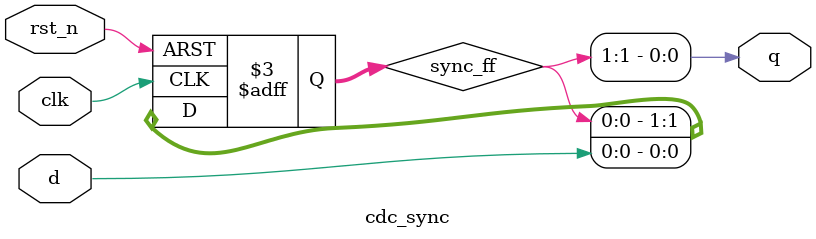
<source format=v>
`timescale 1ns/1ps


module cdc_sync #( parameter pSTAGES = 2  // No. of flip flops
 				 )
(
  input  wire clk,         
  input  wire rst_n,       
  input  wire d,           
  output wire q         
);

reg [pSTAGES-1:0] sync_ff;


// Synchronous logic
always @(posedge clk or negedge rst_n) begin
  if(!rst_n) sync_ff <= {pSTAGES{1'b0}};
  else       sync_ff <= {sync_ff[pSTAGES-2:0], d};
end

// Synchronous signal
assign q = sync_ff[pSTAGES-1];


endmodule
</source>
